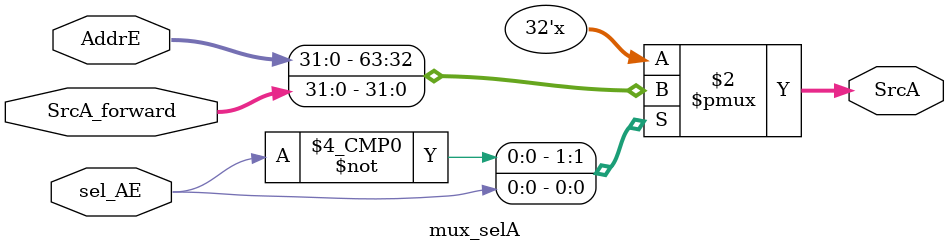
<source format=sv>
module mux_selA (
    input logic         sel_AE, //from controller
    input logic  [31:0] SrcA_forward,AddrE,
    output logic [31:0] SrcA
);
always_comb begin 
    case (sel_AE)
       1'b0 : SrcA = AddrE;
       1'b1 : SrcA = SrcA_forward;
    endcase  
end
endmodule


</source>
